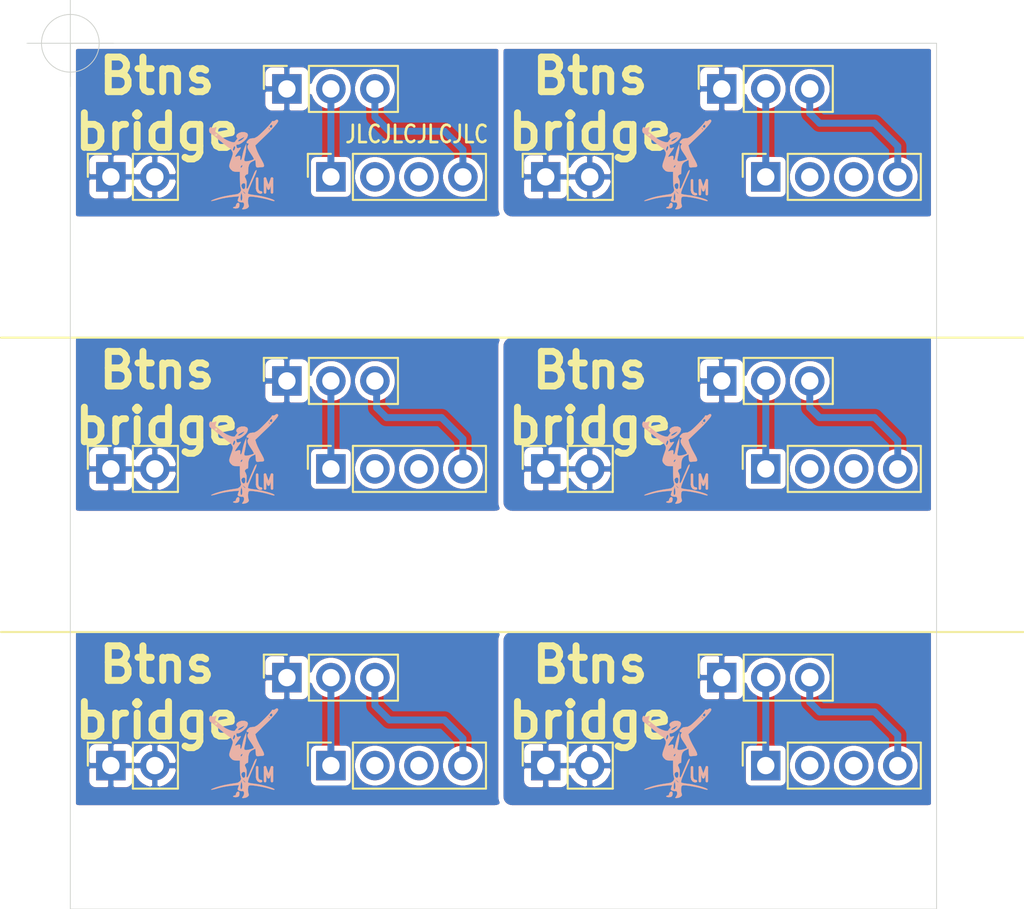
<source format=kicad_pcb>
(kicad_pcb (version 20240108) (generator "pcbnew") (generator_version "8.0")
  (title_block (title "87DC3_201 Bridge board") (date "2020-11-28") (rev "r0.1") (company "MaJo SS2k"))
  (layers (0 "F.Cu" signal) (31 "B.Cu" signal) (34 "B.Paste" user) (35 "F.Paste" user) (36 "B.SilkS" user "B.Silkscreen") (37 "F.SilkS" user "F.Silkscreen") (38 "B.Mask" user) (39 "F.Mask" user) (44 "Edge.Cuts" user))
  (net 0 "")
  (net 1 "Net-(J102-Pad4)")
  (net 2 "Net-(J102-Pad3)")
  (net 3 "Net-(J102-Pad2)")
  (net 4 "Net-(J102-Pad1)")
  (net 5 "Net-(J105-Pad4)")
  (net 6 "Net-(J105-Pad3)")
  (net 7 "Net-(J105-Pad2)")
  (net 8 "Net-(J105-Pad1)")
  (net 9 "Net-(J108-Pad4)")
  (net 10 "Net-(J108-Pad3)")
  (net 11 "Net-(J108-Pad2)")
  (net 12 "Net-(J108-Pad1)")
  (net 13 "Net-(J110-Pad4)")
  (net 14 "Net-(J110-Pad3)")
  (net 15 "Net-(J110-Pad2)")
  (net 16 "Net-(J110-Pad1)")
  (net 17 "/COM_1")
  (net 18 "/COM_2")
  (net 19 "/COM_3")
  (net 20 "/COM_4")
  (net 21 "Net-(J114-Pad4)")
  (net 22 "Net-(J114-Pad3)")
  (net 23 "Net-(J114-Pad2)")
  (net 24 "Net-(J114-Pad1)")
  (net 25 "Net-(J116-Pad4)")
  (net 26 "Net-(J116-Pad3)")
  (net 27 "Net-(J116-Pad2)")
  (net 28 "Net-(J116-Pad1)")
  (net 29 "/COM_5")
  (net 30 "/COM_6")
  (footprint "Connector_PinSocket_2.54mm:PinSocket_1x04_P2.54mm_Vertical" (layer "F.Cu") (at 115.04 57.715 90)
    (property "Reference" "J102" (hide yes))
    (property "Value" "Conn_01x04")
    (pad "1" thru_hole rect (at 0 0 90) (size 1.7 1.7) (drill 1) (layers "*.Cu" "*.Mask") (net 4 "Net-(J102-Pad1)"))
    (pad "2" thru_hole oval (at 0 2.54 90) (size 1.7 1.7) (drill 1) (layers "*.Cu" "*.Mask") (net 3 "Net-(J102-Pad2)"))
    (pad "3" thru_hole oval (at 0 5.08 90) (size 1.7 1.7) (drill 1) (layers "*.Cu" "*.Mask") (net 2 "Net-(J102-Pad3)"))
    (pad "4" thru_hole oval (at 0 7.62 90) (size 1.7 1.7) (drill 1) (layers "*.Cu" "*.Mask") (net 1 "Net-(J102-Pad4)"))
  )
  (footprint "Connector_PinSocket_2.54mm:PinSocket_1x03_P2.54mm_Vertical" (layer "F.Cu") (at 112.5 52.635 90)
    (property "Reference" "J103" (hide yes))
    (property "Value" "Conn_01x03")
    (pad "1" thru_hole rect (at 0 0 90) (size 1.7 1.7) (drill 1) (layers "*.Cu" "*.Mask") (net 17 "/COM_1"))
    (pad "2" thru_hole oval (at 0 2.54 90) (size 1.7 1.7) (drill 1) (layers "*.Cu" "*.Mask") (net 4 "Net-(J102-Pad1)"))
    (pad "3" thru_hole oval (at 0 5.08 90) (size 1.7 1.7) (drill 1) (layers "*.Cu" "*.Mask") (net 1 "Net-(J102-Pad4)"))
  )
  (footprint "Connector_PinSocket_2.54mm:PinSocket_1x02_P2.54mm_Vertical" (layer "F.Cu") (at 127.44 57.715 90)
    (property "Reference" "J104" (hide yes))
    (property "Value" "Conn_01x02")
    (pad "1" thru_hole rect (at 0 0 90) (size 1.7 1.7) (drill 1) (layers "*.Cu" "*.Mask") (net 18 "/COM_2"))
    (pad "2" thru_hole oval (at 0 2.54 90) (size 1.7 1.7) (drill 1) (layers "*.Cu" "*.Mask") (net 18 "/COM_2"))
  )
  (footprint "Connector_PinSocket_2.54mm:PinSocket_1x04_P2.54mm_Vertical" (layer "F.Cu") (at 140.14 57.715 90)
    (property "Reference" "J105" (hide yes))
    (property "Value" "Conn_01x04")
    (pad "1" thru_hole rect (at 0 0 90) (size 1.7 1.7) (drill 1) (layers "*.Cu" "*.Mask") (net 8 "Net-(J105-Pad1)"))
    (pad "2" thru_hole oval (at 0 2.54 90) (size 1.7 1.7) (drill 1) (layers "*.Cu" "*.Mask") (net 7 "Net-(J105-Pad2)"))
    (pad "3" thru_hole oval (at 0 5.08 90) (size 1.7 1.7) (drill 1) (layers "*.Cu" "*.Mask") (net 6 "Net-(J105-Pad3)"))
    (pad "4" thru_hole oval (at 0 7.62 90) (size 1.7 1.7) (drill 1) (layers "*.Cu" "*.Mask") (net 5 "Net-(J105-Pad4)"))
  )
  (footprint "Connector_PinSocket_2.54mm:PinSocket_1x03_P2.54mm_Vertical" (layer "F.Cu") (at 137.6 52.635 90)
    (property "Reference" "J106" (hide yes))
    (property "Value" "Conn_01x03")
    (pad "1" thru_hole rect (at 0 0 90) (size 1.7 1.7) (drill 1) (layers "*.Cu" "*.Mask") (net 18 "/COM_2"))
    (pad "2" thru_hole oval (at 0 2.54 90) (size 1.7 1.7) (drill 1) (layers "*.Cu" "*.Mask") (net 8 "Net-(J105-Pad1)"))
    (pad "3" thru_hole oval (at 0 5.08 90) (size 1.7 1.7) (drill 1) (layers "*.Cu" "*.Mask") (net 5 "Net-(J105-Pad4)"))
  )
  (footprint "Connector_PinSocket_2.54mm:PinSocket_1x02_P2.54mm_Vertical" (layer "F.Cu") (at 102.34 57.715 90)
    (property "Reference" "J101" (hide yes))
    (property "Value" "Conn_01x02")
    (pad "1" thru_hole rect (at 0 0 90) (size 1.7 1.7) (drill 1) (layers "*.Cu" "*.Mask") (net 17 "/COM_1"))
    (pad "2" thru_hole oval (at 0 2.54 90) (size 1.7 1.7) (drill 1) (layers "*.Cu" "*.Mask") (net 17 "/COM_1"))
  )
  (footprint "Connector_PinSocket_2.54mm:PinSocket_1x02_P2.54mm_Vertical" (layer "F.Cu") (at 102.34 74.58 90)
    (property "Reference" "J107" (hide yes))
    (property "Value" "Conn_01x02")
    (pad "1" thru_hole rect (at 0 0 90) (size 1.7 1.7) (drill 1) (layers "*.Cu" "*.Mask") (net 19 "/COM_3"))
    (pad "2" thru_hole oval (at 0 2.54 90) (size 1.7 1.7) (drill 1) (layers "*.Cu" "*.Mask") (net 19 "/COM_3"))
  )
  (footprint "Connector_PinSocket_2.54mm:PinSocket_1x04_P2.54mm_Vertical" (layer "F.Cu") (at 115.04 74.58 90)
    (property "Reference" "J108" (hide yes))
    (property "Value" "Conn_01x04")
    (pad "1" thru_hole rect (at 0 0 90) (size 1.7 1.7) (drill 1) (layers "*.Cu" "*.Mask") (net 12 "Net-(J108-Pad1)"))
    (pad "2" thru_hole oval (at 0 2.54 90) (size 1.7 1.7) (drill 1) (layers "*.Cu" "*.Mask") (net 11 "Net-(J108-Pad2)"))
    (pad "3" thru_hole oval (at 0 5.08 90) (size 1.7 1.7) (drill 1) (layers "*.Cu" "*.Mask") (net 10 "Net-(J108-Pad3)"))
    (pad "4" thru_hole oval (at 0 7.62 90) (size 1.7 1.7) (drill 1) (layers "*.Cu" "*.Mask") (net 9 "Net-(J108-Pad4)"))
  )
  (footprint "Connector_PinSocket_2.54mm:PinSocket_1x03_P2.54mm_Vertical" (layer "F.Cu") (at 112.5 69.5 90)
    (property "Reference" "J111" (hide yes))
    (property "Value" "Conn_01x03")
    (pad "1" thru_hole rect (at 0 0 90) (size 1.7 1.7) (drill 1) (layers "*.Cu" "*.Mask") (net 19 "/COM_3"))
    (pad "2" thru_hole oval (at 0 2.54 90) (size 1.7 1.7) (drill 1) (layers "*.Cu" "*.Mask") (net 12 "Net-(J108-Pad1)"))
    (pad "3" thru_hole oval (at 0 5.08 90) (size 1.7 1.7) (drill 1) (layers "*.Cu" "*.Mask") (net 9 "Net-(J108-Pad4)"))
  )
  (footprint "Connector_PinSocket_2.54mm:PinSocket_1x02_P2.54mm_Vertical" (layer "F.Cu") (at 127.44 74.58 90)
    (property "Reference" "J109" (hide yes))
    (property "Value" "Conn_01x02")
    (pad "1" thru_hole rect (at 0 0 90) (size 1.7 1.7) (drill 1) (layers "*.Cu" "*.Mask") (net 20 "/COM_4"))
    (pad "2" thru_hole oval (at 0 2.54 90) (size 1.7 1.7) (drill 1) (layers "*.Cu" "*.Mask") (net 20 "/COM_4"))
  )
  (footprint "Connector_PinSocket_2.54mm:PinSocket_1x03_P2.54mm_Vertical" (layer "F.Cu") (at 137.6 69.5 90)
    (property "Reference" "J112" (hide yes))
    (property "Value" "Conn_01x03")
    (pad "1" thru_hole rect (at 0 0 90) (size 1.7 1.7) (drill 1) (layers "*.Cu" "*.Mask") (net 20 "/COM_4"))
    (pad "2" thru_hole oval (at 0 2.54 90) (size 1.7 1.7) (drill 1) (layers "*.Cu" "*.Mask") (net 16 "Net-(J110-Pad1)"))
    (pad "3" thru_hole oval (at 0 5.08 90) (size 1.7 1.7) (drill 1) (layers "*.Cu" "*.Mask") (net 13 "Net-(J110-Pad4)"))
  )
  (footprint "Connector_PinSocket_2.54mm:PinSocket_1x04_P2.54mm_Vertical" (layer "F.Cu") (at 140.14 74.58 90)
    (property "Reference" "J110" (hide yes))
    (property "Value" "Conn_01x04")
    (pad "1" thru_hole rect (at 0 0 90) (size 1.7 1.7) (drill 1) (layers "*.Cu" "*.Mask") (net 16 "Net-(J110-Pad1)"))
    (pad "2" thru_hole oval (at 0 2.54 90) (size 1.7 1.7) (drill 1) (layers "*.Cu" "*.Mask") (net 15 "Net-(J110-Pad2)"))
    (pad "3" thru_hole oval (at 0 5.08 90) (size 1.7 1.7) (drill 1) (layers "*.Cu" "*.Mask") (net 14 "Net-(J110-Pad3)"))
    (pad "4" thru_hole oval (at 0 7.62 90) (size 1.7 1.7) (drill 1) (layers "*.Cu" "*.Mask") (net 13 "Net-(J110-Pad4)"))
  )
  (footprint "Connector_PinSocket_2.54mm:PinSocket_1x04_P2.54mm_Vertical" (layer "F.Cu") (at 140.14 91.715 90)
    (property "Reference" "J116" (hide yes))
    (property "Value" "Conn_01x04")
    (pad "1" thru_hole rect (at 0 0 90) (size 1.7 1.7) (drill 1) (layers "*.Cu" "*.Mask") (net 28 "Net-(J116-Pad1)"))
    (pad "2" thru_hole oval (at 0 2.54 90) (size 1.7 1.7) (drill 1) (layers "*.Cu" "*.Mask") (net 27 "Net-(J116-Pad2)"))
    (pad "3" thru_hole oval (at 0 5.08 90) (size 1.7 1.7) (drill 1) (layers "*.Cu" "*.Mask") (net 26 "Net-(J116-Pad3)"))
    (pad "4" thru_hole oval (at 0 7.62 90) (size 1.7 1.7) (drill 1) (layers "*.Cu" "*.Mask") (net 25 "Net-(J116-Pad4)"))
  )
  (footprint "Connector_PinSocket_2.54mm:PinSocket_1x04_P2.54mm_Vertical" (layer "F.Cu") (at 115.04 91.715 90)
    (property "Reference" "J114" (hide yes))
    (property "Value" "Conn_01x04")
    (pad "1" thru_hole rect (at 0 0 90) (size 1.7 1.7) (drill 1) (layers "*.Cu" "*.Mask") (net 24 "Net-(J114-Pad1)"))
    (pad "2" thru_hole oval (at 0 2.54 90) (size 1.7 1.7) (drill 1) (layers "*.Cu" "*.Mask") (net 23 "Net-(J114-Pad2)"))
    (pad "3" thru_hole oval (at 0 5.08 90) (size 1.7 1.7) (drill 1) (layers "*.Cu" "*.Mask") (net 22 "Net-(J114-Pad3)"))
    (pad "4" thru_hole oval (at 0 7.62 90) (size 1.7 1.7) (drill 1) (layers "*.Cu" "*.Mask") (net 21 "Net-(J114-Pad4)"))
  )
  (footprint "Connector_PinSocket_2.54mm:PinSocket_1x03_P2.54mm_Vertical" (layer "F.Cu") (at 137.6 86.635 90)
    (property "Reference" "J118" (hide yes))
    (property "Value" "Conn_01x03")
    (pad "1" thru_hole rect (at 0 0 90) (size 1.7 1.7) (drill 1) (layers "*.Cu" "*.Mask") (net 30 "/COM_6"))
    (pad "2" thru_hole oval (at 0 2.54 90) (size 1.7 1.7) (drill 1) (layers "*.Cu" "*.Mask") (net 28 "Net-(J116-Pad1)"))
    (pad "3" thru_hole oval (at 0 5.08 90) (size 1.7 1.7) (drill 1) (layers "*.Cu" "*.Mask") (net 25 "Net-(J116-Pad4)"))
  )
  (footprint "Connector_PinSocket_2.54mm:PinSocket_1x02_P2.54mm_Vertical" (layer "F.Cu") (at 102.34 91.715 90)
    (property "Reference" "J113" (hide yes))
    (property "Value" "Conn_01x02")
    (pad "1" thru_hole rect (at 0 0 90) (size 1.7 1.7) (drill 1) (layers "*.Cu" "*.Mask") (net 29 "/COM_5"))
    (pad "2" thru_hole oval (at 0 2.54 90) (size 1.7 1.7) (drill 1) (layers "*.Cu" "*.Mask") (net 29 "/COM_5"))
  )
  (footprint "Connector_PinSocket_2.54mm:PinSocket_1x02_P2.54mm_Vertical" (layer "F.Cu") (at 127.44 91.715 90)
    (property "Reference" "J115" (hide yes))
    (property "Value" "Conn_01x02")
    (pad "1" thru_hole rect (at 0 0 90) (size 1.7 1.7) (drill 1) (layers "*.Cu" "*.Mask") (net 30 "/COM_6"))
    (pad "2" thru_hole oval (at 0 2.54 90) (size 1.7 1.7) (drill 1) (layers "*.Cu" "*.Mask") (net 30 "/COM_6"))
  )
  (footprint "Connector_PinSocket_2.54mm:PinSocket_1x03_P2.54mm_Vertical" (layer "F.Cu") (at 112.5 86.635 90)
    (property "Reference" "J117" (hide yes))
    (property "Value" "Conn_01x03")
    (pad "1" thru_hole rect (at 0 0 90) (size 1.7 1.7) (drill 1) (layers "*.Cu" "*.Mask") (net 29 "/COM_5"))
    (pad "2" thru_hole oval (at 0 2.54 90) (size 1.7 1.7) (drill 1) (layers "*.Cu" "*.Mask") (net 24 "Net-(J114-Pad1)"))
    (pad "3" thru_hole oval (at 0 5.08 90) (size 1.7 1.7) (drill 1) (layers "*.Cu" "*.Mask") (net 21 "Net-(J114-Pad4)"))
  )
  (footprint "customlib_mj_fp:MJ_Mini" (layer "B.Cu") (at 135 57 180)
    (property "Reference" "Logo101" (hide yes))
    (property "Value" "Logo_MJ" (hide yes))
  )
  (footprint "customlib_mj_fp:MJ_Mini" (layer "B.Cu") (at 110 57 180)
    (property "Reference" "Logo102" (hide yes))
    (property "Value" "Logo_MJ" (hide yes))
  )
  (footprint "customlib_mj_fp:MJ_Mini" (layer "B.Cu") (at 135 74 180)
    (property "Reference" "Logo103" (hide yes))
    (property "Value" "Logo_MJ" (hide yes))
  )
  (footprint "customlib_mj_fp:MJ_Mini" (layer "B.Cu") (at 110 74 180)
    (property "Reference" "Logo104" (hide yes))
    (property "Value" "Logo_MJ" (hide yes))
  )
  (footprint "customlib_mj_fp:MJ_Mini" (layer "B.Cu") (at 135 91 180)
    (property "Reference" "Logo105" (hide yes))
    (property "Value" "Logo_MJ" (hide yes))
  )
  (footprint "customlib_mj_fp:MJ_Mini" (layer "B.Cu") (at 110 91 180)
    (property "Reference" "Logo106" (hide yes))
    (property "Value" "Logo_MJ" (hide yes))
  )
  (gr_line (start 96 84) (end 155 84) (stroke (width 0.12)) (layer "F.SilkS"))
  (gr_line (start 96 67) (end 155 67) (stroke (width 0.12)) (layer "F.SilkS"))
  (gr_line (start 150 50) (end 150 100) (stroke (width 0.05)) (layer "Edge.Cuts"))
  (gr_line (start 150 100) (end 100 100) (stroke (width 0.05)) (layer "Edge.Cuts"))
  (gr_line (start 100 50) (end 150 50) (stroke (width 0.05)) (layer "Edge.Cuts"))
  (gr_line (start 100 100) (end 100 50) (stroke (width 0.05)) (layer "Edge.Cuts"))
  (gr_text "MJ" (at 111.21 58.25 0) (layer "B.SilkS") (effects (font (size 0.8 0.6)) (justify mirror)))
  (gr_text "MJ" (at 136.31 75.35 0) (layer "B.SilkS") (effects (font (size 0.8 0.6)) (justify mirror)))
  (gr_text "MJ" (at 111.21 75.35 0) (layer "B.SilkS") (effects (font (size 0.8 0.6)) (justify mirror)))
  (gr_text "MJ" (at 111.21 92.25 0) (layer "B.SilkS") (effects (font (size 0.8 0.6)) (justify mirror)))
  (gr_text "MJ" (at 136.31 92.25 0) (layer "B.SilkS") (effects (font (size 0.8 0.6)) (justify mirror)))
  (gr_text "MJ" (at 136.31 58.35 0) (layer "B.SilkS") (effects (font (size 0.8 0.6)) (justify mirror)))
  (gr_text "Btns\nbridge" (at 130 53.5 0) (layer "F.SilkS") (effects (font (size 2 2) (thickness 0.4))))
  (gr_text "Btns\nbridge" (at 105 70.5 0) (layer "F.SilkS") (effects (font (size 2 2) (thickness 0.4))))
  (gr_text "Btns\nbridge" (at 130 70.5 0) (layer "F.SilkS") (effects (font (size 2 2) (thickness 0.4))))
  (gr_text "Btns\nbridge" (at 105 87.5 0) (layer "F.SilkS") (effects (font (size 2 2) (thickness 0.4))))
  (gr_text "Btns\nbridge" (at 130 87.5 0) (layer "F.SilkS") (effects (font (size 2 2) (thickness 0.4))))
  (gr_text "Btns\nbridge" (at 105 53.5 0) (layer "F.SilkS") (effects (font (size 2 2) (thickness 0.4))))
  (gr_text "JLCJLCJLCJLC" (at 120 55.25 0) (layer "F.SilkS") (effects (font (size 1 0.8))))
  (target plus (at 100 50) (size 5) (width 0.05) (layer "Edge.Cuts"))
  (segment (start 121.59 55.08) (end 122.66 56.15) (width 0.4) (layer "B.Cu") (net 1))
  (segment (start 122.66 56.15) (end 122.66 57.715) (width 0.4) (layer "B.Cu") (net 1))
  (segment (start 118.415 55.08) (end 121.59 55.08) (width 0.4) (layer "B.Cu") (net 1))
  (segment (start 117.58 54.245) (end 118.415 55.08) (width 0.4) (layer "B.Cu") (net 1))
  (segment (start 117.58 52.635) (end 117.58 54.245) (width 0.4) (layer "B.Cu") (net 1))
  (segment (start 115.04 52.635) (end 115.04 57.715) (width 0.4) (layer "B.Cu") (net 4))
  (segment (start 147.76 55.95) (end 147.76 57.58) (width 0.4) (layer "B.Cu") (net 5))
  (segment (start 146.425 54.615) (end 147.76 55.95) (width 0.4) (layer "B.Cu") (net 5))
  (segment (start 142.68 52.5) (end 142.68 54.045) (width 0.4) (layer "B.Cu") (net 5))
  (segment (start 142.68 54.045) (end 143.25 54.615) (width 0.4) (layer "B.Cu") (net 5))
  (segment (start 143.25 54.615) (end 146.425 54.615) (width 0.4) (layer "B.Cu") (net 5))
  (segment (start 140.14 52.635) (end 140.14 57.715) (width 0.4) (layer "B.Cu") (net 8))
  (segment (start 122.66 72.85) (end 122.66 74.48) (width 0.4) (layer "B.Cu") (net 9))
  (segment (start 121.425 71.615) (end 122.66 72.85) (width 0.4) (layer "B.Cu") (net 9))
  (segment (start 118.25 71.615) (end 121.425 71.615) (width 0.4) (layer "B.Cu") (net 9))
  (segment (start 117.68 69.5) (end 117.68 71.045) (width 0.4) (layer "B.Cu") (net 9))
  (segment (start 117.68 71.045) (end 118.25 71.615) (width 0.4) (layer "B.Cu") (net 9))
  (segment (start 122.66 74.48) (end 122.76 74.58) (width 0.4) (layer "B.Cu") (net 9))
  (segment (start 115.04 74.58) (end 115.04 69.5) (width 0.4) (layer "B.Cu") (net 12))
  (segment (start 142.68 71.045) (end 143.25 71.615) (width 0.4) (layer "B.Cu") (net 13))
  (segment (start 147.76 72.95) (end 147.76 74.58) (width 0.4) (layer "B.Cu") (net 13))
  (segment (start 142.68 69.5) (end 142.68 71.045) (width 0.4) (layer "B.Cu") (net 13))
  (segment (start 146.425 71.615) (end 147.76 72.95) (width 0.4) (layer "B.Cu") (net 13))
  (segment (start 143.25 71.615) (end 146.425 71.615) (width 0.4) (layer "B.Cu") (net 13))
  (segment (start 140.14 69.5) (end 140.14 74.58) (width 0.4) (layer "B.Cu") (net 16))
  (segment (start 117.58 88.245) (end 118.415 89.08) (width 0.4) (layer "B.Cu") (net 21))
  (segment (start 118.415 89.08) (end 121.59 89.08) (width 0.4) (layer "B.Cu") (net 21))
  (segment (start 122.66 90.15) (end 122.66 91.715) (width 0.4) (layer "B.Cu") (net 21))
  (segment (start 117.58 86.635) (end 117.58 88.245) (width 0.4) (layer "B.Cu") (net 21))
  (segment (start 121.59 89.08) (end 122.66 90.15) (width 0.4) (layer "B.Cu") (net 21))
  (segment (start 115.04 86.635) (end 115.04 91.715) (width 0.4) (layer "B.Cu") (net 24))
  (segment (start 142.68 88.045) (end 143.25 88.615) (width 0.4) (layer "B.Cu") (net 25))
  (segment (start 142.68 86.5) (end 142.68 88.045) (width 0.4) (layer "B.Cu") (net 25))
  (segment (start 146.425 88.615) (end 147.76 89.95) (width 0.4) (layer "B.Cu") (net 25))
  (segment (start 143.25 88.615) (end 146.425 88.615) (width 0.4) (layer "B.Cu") (net 25))
  (segment (start 147.76 89.95) (end 147.76 91.58) (width 0.4) (layer "B.Cu") (net 25))
  (segment (start 140.14 86.635) (end 140.14 91.715) (width 0.4) (layer "B.Cu") (net 28))
  (zone (net 29) (net_name "/COM_5") (layer "F.Cu") (priority 1) (connect_pads (clearance 0.3)) (min_thickness 0.2) (fill yes (thermal_gap 0.4) (thermal_bridge_width 0.3) (smoothing fillet) (radius 0.5))
    (polygon (pts (xy 125 94) (xy 100 94) (xy 100 84) (xy 125 84)))
  )
  (zone (net 30) (net_name "/COM_6") (layer "F.Cu") (priority 2) (connect_pads (clearance 0.3)) (min_thickness 0.2) (fill yes (thermal_gap 0.4) (thermal_bridge_width 0.3) (smoothing fillet) (radius 0.5))
    (polygon (pts (xy 125 94) (xy 150 94) (xy 150 84) (xy 125 84)))
  )
  (zone (net 20) (net_name "/COM_4") (layer "F.Cu") (priority 4) (connect_pads (clearance 0.3)) (min_thickness 0.2) (fill yes (thermal_gap 0.4) (thermal_bridge_width 0.3) (smoothing fillet) (radius 0.5))
    (polygon (pts (xy 125 67) (xy 150 67) (xy 150 77) (xy 125 77)))
  )
  (zone (net 19) (net_name "/COM_3") (layer "F.Cu") (priority 3) (connect_pads (clearance 0.3)) (min_thickness 0.2) (fill yes (thermal_gap 0.4) (thermal_bridge_width 0.3) (smoothing fillet) (radius 0.5))
    (polygon (pts (xy 125 77) (xy 100 77) (xy 100 67) (xy 125 67)))
  )
  (zone (net 18) (net_name "/COM_2") (layer "F.Cu") (priority 2) (connect_pads (clearance 0.3)) (min_thickness 0.2) (fill yes (thermal_gap 0.4) (thermal_bridge_width 0.3) (smoothing fillet) (radius 0.5))
    (polygon (pts (xy 125 60) (xy 150 60) (xy 150 50) (xy 125 50)))
  )
  (zone (net 17) (net_name "/COM_1") (layer "F.Cu") (priority 1) (connect_pads (clearance 0.3)) (min_thickness 0.2) (fill yes (thermal_gap 0.4) (thermal_bridge_width 0.3) (smoothing fillet) (radius 0.5))
    (polygon (pts (xy 125 60) (xy 100 60) (xy 100 50) (xy 125 50)))
  )
  (zone (net 30) (net_name "/COM_6") (layer "B.Cu") (priority 2) (connect_pads (clearance 0.3)) (min_thickness 0.2) (fill yes (thermal_gap 0.4) (thermal_bridge_width 0.3) (smoothing fillet) (radius 0.5))
    (polygon (pts (xy 125 94) (xy 150 94) (xy 150 84) (xy 125 84)))
  )
  (zone (net 29) (net_name "/COM_5") (layer "B.Cu") (priority 1) (connect_pads (clearance 0.3)) (min_thickness 0.2) (fill yes (thermal_gap 0.4) (thermal_bridge_width 0.3) (smoothing fillet) (radius 0.5))
    (polygon (pts (xy 125 94) (xy 100 94) (xy 100 84) (xy 125 84)))
  )
  (zone (net 20) (net_name "/COM_4") (layer "B.Cu") (priority 4) (connect_pads (clearance 0.3)) (min_thickness 0.2) (fill yes (thermal_gap 0.4) (thermal_bridge_width 0.3) (smoothing fillet) (radius 0.5))
    (polygon (pts (xy 125 67) (xy 150 67) (xy 150 77) (xy 125 77)))
  )
  (zone (net 19) (net_name "/COM_3") (layer "B.Cu") (priority 3) (connect_pads (clearance 0.3)) (min_thickness 0.2) (fill yes (thermal_gap 0.4) (thermal_bridge_width 0.3) (smoothing fillet) (radius 0.5))
    (polygon (pts (xy 125 77) (xy 100 77) (xy 100 67) (xy 125 67)))
  )
  (zone (net 18) (net_name "/COM_2") (layer "B.Cu") (priority 2) (connect_pads (clearance 0.3)) (min_thickness 0.2) (fill yes (thermal_gap 0.4) (thermal_bridge_width 0.3) (smoothing fillet) (radius 0.5))
    (polygon (pts (xy 125 60) (xy 150 60) (xy 150 50) (xy 125 50)))
  )
  (zone (net 17) (net_name "/COM_1") (layer "B.Cu") (priority 1) (connect_pads (clearance 0.3)) (min_thickness 0.2) (fill yes (thermal_gap 0.4) (thermal_bridge_width 0.3) (smoothing fillet) (radius 0.5))
    (polygon (pts (xy 125 60) (xy 100 60) (xy 100 50) (xy 125 50)))
  )
)
</source>
